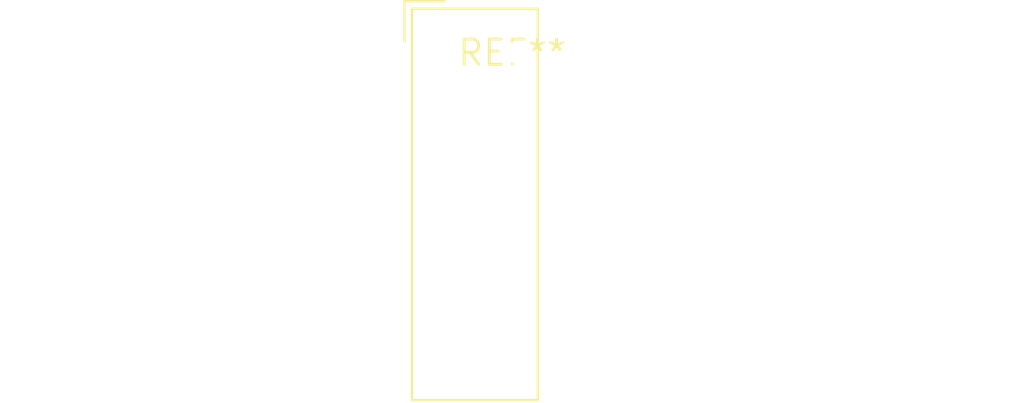
<source format=kicad_pcb>
(kicad_pcb (version 20240108) (generator pcbnew)
  (layers (0 "F.Cu" signal) (31 "B.Cu" signal) (34 "B.Paste" user) (35 "F.Paste" user) (36 "B.SilkS" user "B.Silkscreen") (37 "F.SilkS" user "F.Silkscreen") (38 "B.Mask" user) (39 "F.Mask" user) (44 "Edge.Cuts" user))
  (net 0 "")
  (footprint "Converter_DCDC_TRACO_TMA-05xxS_12xxS_Single_THT" (layer "F.Cu") (at 0 0)
    (property "Reference" "REF**")
    (property "Value" "Converter_DCDC_TRACO_TMA-05xxS_12xxS_Single_THT")
    (fp_line (start -5.425 -2.6) (end -3.391667 -2.6) (layer "F.SilkS") (stroke (width 0.12)))
    (fp_line (start -5.425 -0.566667) (end -5.425 -2.6) (layer "F.SilkS") (stroke (width 0.12)))
    (fp_line (start -5.045 -2.22) (end -5.045 17.52) (layer "F.SilkS") (stroke (width 0.12)))
    (fp_line (start -5.045 -2.22) (end 1.295 -2.22) (layer "F.SilkS") (stroke (width 0.12)))
    (fp_line (start -5.045 17.52) (end 1.295 17.52) (layer "F.SilkS") (stroke (width 0.12)))
    (fp_line (start 1.295 -2.22) (end 1.295 17.52) (layer "F.SilkS") (stroke (width 0.12)))
    (pad "1" thru_hole rect (at 0 0) (size 1.5 1.5) (drill 1) (layers *.Cu *.Mask) (remove_unused_layers))
    (pad "2" thru_hole circle (at 0 2.54) (size 1.5 1.5) (drill 1) (layers *.Cu *.Mask) (remove_unused_layers))
    (pad "4" thru_hole circle (at 0 7.62) (size 1.5 1.5) (drill 1) (layers *.Cu *.Mask) (remove_unused_layers))
    (pad "6" thru_hole circle (at 0 12.7) (size 1.5 1.5) (drill 1) (layers *.Cu *.Mask) (remove_unused_layers))
  )
)
</source>
